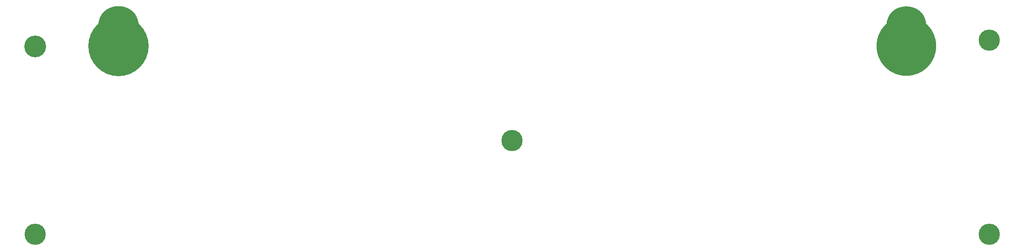
<source format=gts>
G04 Layer: TopSolderMaskLayer*
G04 EasyEDA v6.5.42, 2024-05-12 21:08:59*
G04 f36f5017274649139e4d56ab36a3ba36,156c37ef0924441e834bf69462bb4c55,10*
G04 Gerber Generator version 0.2*
G04 Scale: 100 percent, Rotated: No, Reflected: No *
G04 Dimensions in millimeters *
G04 leading zeros omitted , absolute positions ,4 integer and 5 decimal *
%FSLAX45Y45*%
%MOMM*%

%ADD10C,8.2032*%
%ADD11C,8.1016*%
%ADD12C,12.1016*%
%ADD13C,12.2032*%
%ADD14C,4.3016*%
%ADD15C,4.4032*%

%LPD*%
D10*
G01*
X4145483Y8255990D03*
D11*
G01*
X20077963Y8255990D03*
D12*
G01*
X20077963Y7850987D03*
D13*
G01*
X4145483Y7850987D03*
D14*
G01*
X12106986Y5944996D03*
G01*
X21755455Y4041978D03*
G01*
X2463495Y4042486D03*
G01*
X21755455Y7974990D03*
D15*
G01*
X2463495Y7848980D03*
M02*

</source>
